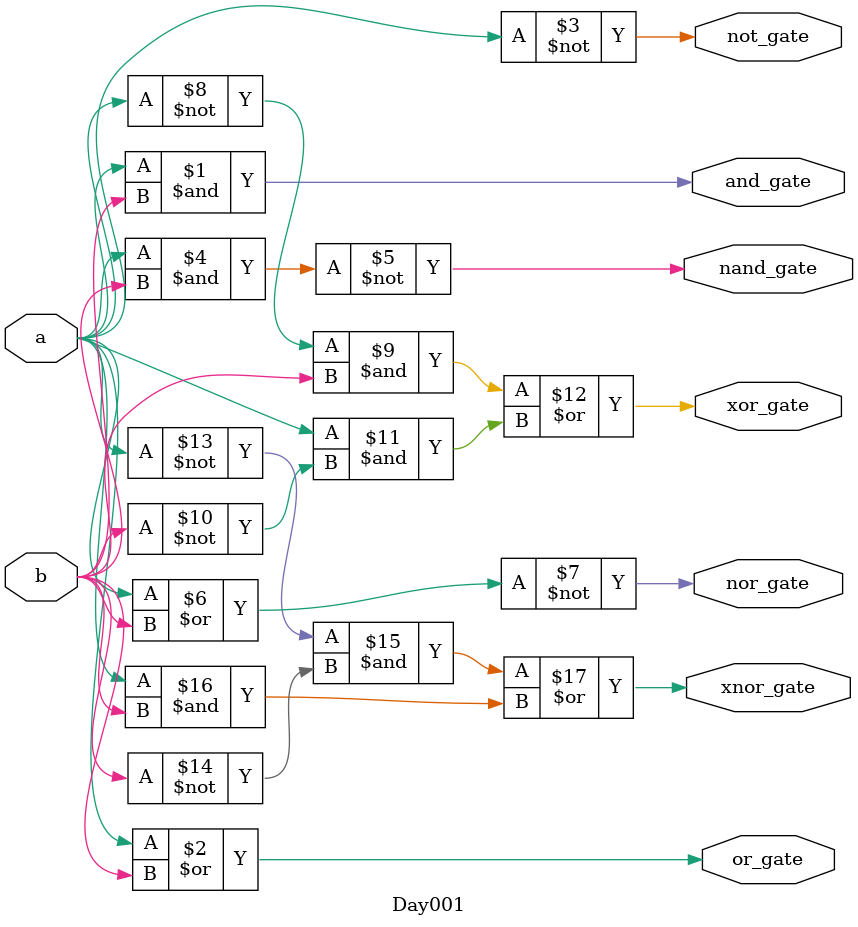
<source format=v>
module Day001(
    input wire a,b,
    output wire and_gate,or_gate, not_gate, nand_gate, nor_gate, xor_gate, xnor_gate
    );
    
    assign and_gate =   a & b;
    assign or_gate =    a | b;
    assign not_gate =   ~a;
    assign nand_gate =  ~(a & b); 
    assign nor_gate =   ~(a | b);
    assign xor_gate =   (~a & b) | (a & ~b);
    assign xnor_gate =  (~a & ~b) | (a & b);
endmodule


</source>
